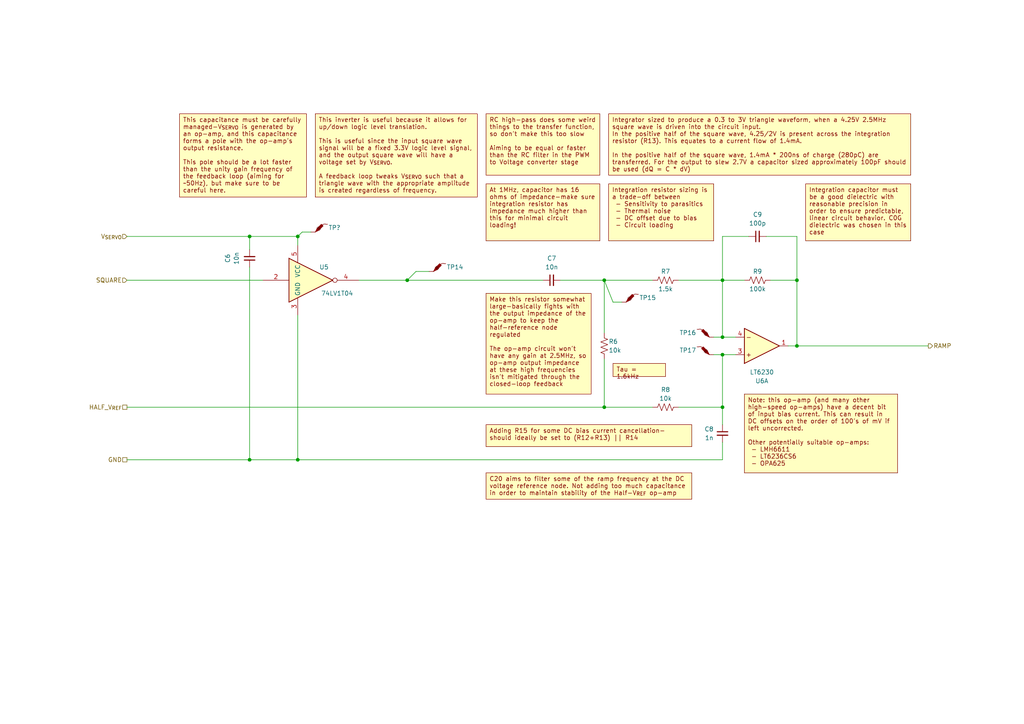
<source format=kicad_sch>
(kicad_sch (version 20230121) (generator eeschema)
  (paper "A4")
  (lib_symbols
    (symbol "Custom-AnalogIC:LT6230"
      (property "Reference" "U" (at -6.35 -7.62 0))
      (property "Value" "LT6230" (at -6.35 7.62 0))
      (symbol "LT6230_1_1"
        (polyline (pts (xy -3.81 5.08) (xy 6.35 0) (xy -3.81 -5.08) (xy -3.81 5.08)) (stroke (width 0.254)) (fill (type background)))
        (text "+" (at -2.54 2.54 0) (effects (font (size 1.27 1.27))))
        (text "-" (at -2.54 -2.54 0) (effects (font (size 1.27 1.27))))
        (pin output line (at 8.89 0 180) (length 2.54) (name "~") (number "1"))
        (pin input line (at -6.35 2.54 0) (length 2.54) (name "") (number "3"))
        (pin input line (at -6.35 -2.54 0) (length 2.54) (name "") (number "4"))
      )
      (symbol "LT6230_2_1"
        (rectangle (start -6.35 6.35) (end 6.35 -6.35) (fill (type background)))
        (rectangle (start 2.54 6.35) (end 2.54 6.35))
        (pin power_in line (at -8.89 -2.54 0) (length 2.54) (name "V-") (number "2"))
        (pin input line (at -8.89 2.54 0) (length 2.54) (name "~{ENABLE}") (number "5"))
        (pin power_in line (at -8.89 0 0) (length 2.54) (name "V+") (number "6"))
      )
    )
    (symbol "Custom-Capacitor:CL10B102KB8NNNC" (pin_numbers hide) (pin_names (offset 0.254) hide)
      (property "Reference" "C" (at 0.254 1.778 0))
      (property "Value" "1n" (at 0.254 -2.032 0))
      (symbol "CL10B102KB8NNNC_0_1"
        (polyline (pts (xy -1.524 -0.508) (xy 1.524 -0.508)) (stroke (width 0.3302)))
        (polyline (pts (xy -1.524 0.508) (xy 1.524 0.508)) (stroke (width 0.3048)))
      )
      (symbol "CL10B102KB8NNNC_1_1"
        (pin passive line (at 0 2.54 270) (length 2.032) (name "~") (number "1"))
        (pin passive line (at 0 -2.54 90) (length 2.032) (name "~") (number "2"))
      )
    )
    (symbol "Custom-Capacitor:CL10B103KB8NNNC" (pin_numbers hide) (pin_names (offset 0.254) hide)
      (property "Reference" "C" (at 0.254 1.778 0))
      (property "Value" "10n" (at 0.254 -2.032 0))
      (symbol "CL10B103KB8NNNC_0_1"
        (polyline (pts (xy -1.524 -0.508) (xy 1.524 -0.508)) (stroke (width 0.3302)))
        (polyline (pts (xy -1.524 0.508) (xy 1.524 0.508)) (stroke (width 0.3048)))
      )
      (symbol "CL10B103KB8NNNC_1_1"
        (pin passive line (at 0 2.54 270) (length 2.032) (name "~") (number "1"))
        (pin passive line (at 0 -2.54 90) (length 2.032) (name "~") (number "2"))
      )
    )
    (symbol "Custom-Capacitor:GCM1885C2A101JA16D" (pin_numbers hide) (pin_names (offset 0.254) hide)
      (property "Reference" "C" (at 0.254 1.778 0))
      (property "Value" "100p" (at 0.254 -2.032 0))
      (symbol "GCM1885C2A101JA16D_0_1"
        (polyline (pts (xy -1.524 -0.508) (xy 1.524 -0.508)) (stroke (width 0.3302)))
        (polyline (pts (xy -1.524 0.508) (xy 1.524 0.508)) (stroke (width 0.3048)))
      )
      (symbol "GCM1885C2A101JA16D_1_1"
        (pin passive line (at 0 2.54 270) (length 2.032) (name "~") (number "1"))
        (pin passive line (at 0 -2.54 90) (length 2.032) (name "~") (number "2"))
      )
    )
    (symbol "Custom-LogicIC:SN74LV1T04"
      (property "Reference" "U" (at 0 7.62 0))
      (property "Value" "74LV1T04" (at 5.08 -7.62 0))
      (symbol "SN74LV1T04_0_1"
        (polyline (pts (xy -7.62 6.35) (xy -7.62 -6.35) (xy 5.08 0) (xy -7.62 6.35)) (stroke (width 0.254)) (fill (type background)))
      )
      (symbol "SN74LV1T04_1_1"
        (pin no_connect line (at -2.54 0 0) (length 0) hide (name "") (number "1"))
        (pin input line (at -15.24 0 0) (length 7.62) (name "~") (number "2"))
        (pin power_in line (at -5.08 -10.16 90) (length 5.08) (name "GND") (number "3"))
        (pin output inverted (at 12.7 0 180) (length 7.62) (name "~") (number "4"))
        (pin power_in line (at -5.08 10.16 270) (length 5.08) (name "VCC") (number "5"))
      )
    )
    (symbol "Custom-LogicIC:TestPoint" (in_bom no)
      (property "Reference" "TP" (at 2.54 0 0))
      (symbol "TestPoint_1_1"
        (polyline (pts (xy -0.762 1.27) (xy 0 0.508)) (stroke (width 0) (color 72 0 0 1)))
        (polyline (pts (xy -0.508 1.524) (xy 0.254 0.762)) (stroke (width 0) (color 72 0 0 1)))
        (polyline (pts (xy -1.27 0) (xy -0.762 1.016) (xy -0.254 0.508) (xy -1.27 0)) (fill (type color) (color 132 0 0 1)))
        (polyline (pts (xy -0.762 1.016) (xy 0.508 2.286) (xy 1.016 1.778) (xy -0.254 0.508) (xy -0.762 1.016)) (fill (type color) (color 132 0 0 1)))
        (arc (start 1.778 2.286) (mid 1.2343 2.3019) (end 0.762 2.032))
        (arc (start 1.778 2.286) (mid 2.032 2.258) (end 2.286 2.286))
        (pin passive line (at -2.54 0 0) (length 1.27) (name "") (number "1"))
      )
    )
    (symbol "Custom-Resistor:RMCF0603FT100K" (pin_numbers hide) (pin_names (offset 0))
      (property "Reference" "R" (at 2.54 0 90))
      (property "Value" "100k" (at -2.54 0 90))
      (symbol "RMCF0603FT100K_0_1"
        (polyline (pts (xy 0 -2.286) (xy 0 -2.54)))
        (polyline (pts (xy 0 2.286) (xy 0 2.54)))
        (polyline (pts (xy 0 -0.762) (xy 1.016 -1.143) (xy 0 -1.524) (xy -1.016 -1.905) (xy 0 -2.286)))
        (polyline (pts (xy 0 0.762) (xy 1.016 0.381) (xy 0 0) (xy -1.016 -0.381) (xy 0 -0.762)))
        (polyline (pts (xy 0 2.286) (xy 1.016 1.905) (xy 0 1.524) (xy -1.016 1.143) (xy 0 0.762)))
      )
      (symbol "RMCF0603FT100K_1_1"
        (pin passive line (at 0 3.81 270) (length 1.27) (name "~") (number "1"))
        (pin passive line (at 0 -3.81 90) (length 1.27) (name "~") (number "2"))
      )
    )
    (symbol "Custom-Resistor:RMCF0603FT10K0" (pin_numbers hide) (pin_names (offset 0))
      (property "Reference" "R" (at 2.54 0 90))
      (property "Value" "10k" (at -2.54 0 90))
      (symbol "RMCF0603FT10K0_0_1"
        (polyline (pts (xy 0 -2.286) (xy 0 -2.54)))
        (polyline (pts (xy 0 2.286) (xy 0 2.54)))
        (polyline (pts (xy 0 -0.762) (xy 1.016 -1.143) (xy 0 -1.524) (xy -1.016 -1.905) (xy 0 -2.286)))
        (polyline (pts (xy 0 0.762) (xy 1.016 0.381) (xy 0 0) (xy -1.016 -0.381) (xy 0 -0.762)))
        (polyline (pts (xy 0 2.286) (xy 1.016 1.905) (xy 0 1.524) (xy -1.016 1.143) (xy 0 0.762)))
      )
      (symbol "RMCF0603FT10K0_1_1"
        (pin passive line (at 0 3.81 270) (length 1.27) (name "~") (number "1"))
        (pin passive line (at 0 -3.81 90) (length 1.27) (name "~") (number "2"))
      )
    )
    (symbol "Custom-Resistor:RMCF0603FT1K50" (pin_numbers hide) (pin_names (offset 0))
      (property "Reference" "R" (at 2.54 0 90))
      (property "Value" "1.5k" (at -2.54 0 90))
      (symbol "RMCF0603FT1K50_0_1"
        (polyline (pts (xy 0 -2.286) (xy 0 -2.54)))
        (polyline (pts (xy 0 2.286) (xy 0 2.54)))
        (polyline (pts (xy 0 -0.762) (xy 1.016 -1.143) (xy 0 -1.524) (xy -1.016 -1.905) (xy 0 -2.286)))
        (polyline (pts (xy 0 0.762) (xy 1.016 0.381) (xy 0 0) (xy -1.016 -0.381) (xy 0 -0.762)))
        (polyline (pts (xy 0 2.286) (xy 1.016 1.905) (xy 0 1.524) (xy -1.016 1.143) (xy 0 0.762)))
      )
      (symbol "RMCF0603FT1K50_1_1"
        (pin passive line (at 0 3.81 270) (length 1.27) (name "~") (number "1"))
        (pin passive line (at 0 -3.81 90) (length 1.27) (name "~") (number "2"))
      )
    )
  )
  (junction (at 231.14 100.33))
  (junction (at 209.55 118.11))
  (junction (at 118.11 81.28))
  (junction (at 209.55 102.87))
  (junction (at 72.39 133.35))
  (junction (at 175.26 81.28))
  (junction (at 209.55 97.79))
  (junction (at 231.14 81.28))
  (junction (at 86.36 68.58))
  (junction (at 72.39 68.58))
  (junction (at 209.55 81.28))
  (junction (at 86.36 133.35))
  (junction (at 175.26 118.11))
  (wire (pts (xy 209.55 81.28) (xy 215.9 81.28)))
  (wire (pts (xy 209.55 118.11) (xy 209.55 123.19)))
  (wire (pts (xy 223.52 81.28) (xy 231.14 81.28)))
  (wire (pts (xy 72.39 68.58) (xy 72.39 72.39)))
  (wire (pts (xy 228.6 100.33) (xy 231.14 100.33)))
  (wire (pts (xy 86.36 68.58) (xy 86.36 71.12)))
  (wire (pts (xy 175.26 81.28) (xy 177.8 87.63)))
  (wire (pts (xy 209.55 102.87) (xy 213.36 102.87)))
  (wire (pts (xy 175.26 81.28) (xy 175.26 96.52)))
  (wire (pts (xy 175.26 104.14) (xy 175.26 118.11)))
  (wire (pts (xy 86.36 133.35) (xy 209.55 133.35)))
  (wire (pts (xy 209.55 118.11) (xy 209.55 102.87)))
  (wire (pts (xy 72.39 68.58) (xy 86.36 68.58)))
  (wire (pts (xy 72.39 133.35) (xy 86.36 133.35)))
  (wire (pts (xy 196.85 118.11) (xy 209.55 118.11)))
  (wire (pts (xy 162.56 81.28) (xy 175.26 81.28)))
  (wire (pts (xy 118.11 81.28) (xy 157.48 81.28)))
  (wire (pts (xy 36.83 133.35) (xy 72.39 133.35)))
  (wire (pts (xy 209.55 81.28) (xy 209.55 97.79)))
  (wire (pts (xy 209.55 128.27) (xy 209.55 133.35)))
  (wire (pts (xy 87.63 67.31) (xy 90.17 67.31)))
  (wire (pts (xy 36.83 118.11) (xy 175.26 118.11)))
  (wire (pts (xy 222.25 68.58) (xy 231.14 68.58)))
  (wire (pts (xy 86.36 91.44) (xy 86.36 133.35)))
  (wire (pts (xy 118.11 81.28) (xy 120.65 78.74)))
  (wire (pts (xy 209.55 68.58) (xy 217.17 68.58)))
  (wire (pts (xy 231.14 100.33) (xy 269.24 100.33)))
  (wire (pts (xy 104.14 81.28) (xy 118.11 81.28)))
  (wire (pts (xy 86.36 68.58) (xy 87.63 67.31)))
  (wire (pts (xy 177.8 87.63) (xy 180.34 87.63)))
  (wire (pts (xy 175.26 81.28) (xy 189.23 81.28)))
  (wire (pts (xy 209.55 81.28) (xy 209.55 68.58)))
  (wire (pts (xy 196.85 81.28) (xy 209.55 81.28)))
  (wire (pts (xy 231.14 68.58) (xy 231.14 81.28)))
  (wire (pts (xy 209.55 97.79) (xy 207.01 97.79)))
  (wire (pts (xy 213.36 97.79) (xy 209.55 97.79)))
  (wire (pts (xy 72.39 77.47) (xy 72.39 133.35)))
  (wire (pts (xy 120.65 78.74) (xy 124.46 78.74)))
  (wire (pts (xy 175.26 118.11) (xy 189.23 118.11)))
  (wire (pts (xy 36.83 68.58) (xy 72.39 68.58)))
  (wire (pts (xy 231.14 81.28) (xy 231.14 100.33)))
  (wire (pts (xy 207.01 102.87) (xy 209.55 102.87)))
  (wire (pts (xy 36.83 81.28) (xy 76.2 81.28)))
  (text_box "RC high-pass does some weird things to the transfer function, so don't make this too slow\n\nAiming to be equal or faster than the RC filter in the PWM to Voltage converter stage" (at 140.97 33.02 0) (size 33.02 17.78) (stroke (width 0) (color 132 0 0 1)) (fill (type color) (color 255 255 194 1)) (effects (font (size 1.27 1.27)) (justify left top)))
  (text_box "Integration resistor sizing is a trade-off between\n - Sensitivity to parasitics\n - Thermal noise\n - DC offset due to bias\n - Circuit loading" (at 176.53 53.34 0) (size 30.48 16.51) (stroke (width 0) (color 132 0 0 1)) (fill (type color) (color 255 255 194 1)) (effects (font (size 1.27 1.27)) (justify left top)))
  (text_box "At 1MHz, capacitor has 16 ohms of impedance-make sure integration resistor has impedance much higher than this for minimal circuit loading!" (at 140.97 53.34 0) (size 33.02 16.51) (stroke (width 0) (color 132 0 0 1)) (fill (type color) (color 255 255 194 1)) (effects (font (size 1.27 1.27)) (justify left top)))
  (text_box "Integrator sized to produce a 0.3 to 3V triangle waveform, when a 4.25V 2.5MHz square wave is driven into the circuit input.\nIn the positive half of the square wave, 4.25/2V is present across the integration resistor (R13). This equates to a current flow of 1.4mA.\n\nIn the positive half of the square wave, 1.4mA * 200ns of charge (280pC) are transferred. For the output to slew 2.7V a capacitor sized approximately 100pF should be used (dQ = C * dV)" (at 176.53 33.02 0) (size 87.63 17.78) (stroke (width 0) (color 132 0 0 1)) (fill (type color) (color 255 255 194 1)) (effects (font (size 1.27 1.27)) (justify left top)))
  (text_box "This inverter is useful because it allows for up/down logic level translation. \n\nThis is useful since the input square wave signal will be a fixed 3.3V logic level signal, and the output square wave will have a voltage set by V_{SERVO}.\n\nA feedback loop tweaks V_{SERVO} such that a triangle wave with the appropriate amplitude is created regardless of frequency." (at 91.44 33.02 0) (size 46.99 24.13) (stroke (width 0) (color 132 0 0 1)) (fill (type color) (color 255 255 194 1)) (effects (font (size 1.27 1.27)) (justify left top)))
  (text_box "Tau = 1.6kHz" (at 177.8 105.41 0) (size 15.24 3.81) (stroke (width 0) (color 132 0 0 1)) (fill (type color) (color 255 255 194 1)) (effects (font (size 1.27 1.27)) (justify left top)))
  (text_box "Note: this op-amp (and many other high-speed op-amps) have a decent bit of input bias current. This can result in DC offsets on the order of 100's of mV if left uncorrected.\n\nOther potentially suitable op-amps:\n - LMH6611\n - LT6236CS6\n - OPA625" (at 215.9 114.3 0) (size 44.45 22.86) (stroke (width 0) (color 132 0 0 1)) (fill (type color) (color 255 255 194 1)) (effects (font (size 1.27 1.27)) (justify left top)))
  (text_box "Integration capacitor must be a good dielectric with reasonable precision in order to ensure predictable, linear circuit behavior. C0G dielectric was chosen in this case" (at 233.68 53.34 0) (size 30.48 16.51) (stroke (width 0) (color 132 0 0 1)) (fill (type color) (color 255 255 194 1)) (effects (font (size 1.27 1.27)) (justify left top)))
  (text_box "This capacitance must be carefully managed-V_{SERVO} is generated by an op-amp, and this capacitance forms a pole with the op-amp's output resistance.\n\nThis pole should be a lot faster than the unity gain frequency of the feedback loop (aiming for ~50Hz), but make sure to be careful here." (at 52.07 33.02 0) (size 36.83 24.13) (stroke (width 0) (color 132 0 0 1)) (fill (type color) (color 255 255 194 1)) (effects (font (size 1.27 1.27)) (justify left top)))
  (text_box "C20 aims to filter some of the ramp frequency at the DC voltage reference node. Not adding too much capacitance in order to maintain stability of the Half-V_{REF} op-amp" (at 140.97 137.16 0) (size 59.69 7.62) (stroke (width 0) (color 132 0 0 1)) (fill (type color) (color 255 255 194 1)) (effects (font (size 1.27 1.27)) (justify left top)))
  (text_box "Adding R15 for some DC bias current cancellation- should ideally be set to (R12+R13) || R14" (at 140.97 123.19 0) (size 59.69 6.35) (stroke (width 0) (color 132 0 0 1)) (fill (type color) (color 255 255 194 1)) (effects (font (size 1.27 1.27)) (justify left top)))
  (text_box "Make this resistor somewhat large-basically fights with the output impedance of the op-amp to keep the half-reference node regulated\n\nThe op-amp circuit won't have any gain at 2.5MHz, so op-amp output impedance at these high frequencies isn't mitigated through the closed-loop feedback" (at 140.97 85.09 0) (size 30.48 29.21) (stroke (width 0) (color 132 0 0 1)) (fill (type color) (color 255 255 194 1)) (effects (font (size 1.27 1.27)) (justify left top)))
  (hierarchical_label "GND" (shape passive) (at 36.83 133.35 180))
  (hierarchical_label "SQUARE" (shape input) (at 36.83 81.28 180))
  (hierarchical_label "RAMP" (shape output) (at 269.24 100.33 0))
  (hierarchical_label "V_{SERVO}" (shape input) (at 36.83 68.58 180))
  (hierarchical_label "HALF_V_{REF}" (shape passive) (at 36.83 118.11 180))
  (symbol (lib_id "Custom-Resistor:RMCF0603FT10K0") (at 175.26 100.33 0) (unit 1)
    (property "Reference" "R6" (at 176.53 99.06 0) (effects (justify left)))
    (property "Value" "10k" (at 176.53 101.6 0) (effects (justify left)))
    (property "Footprint" "Resistor_SMD:R_0603_1608Metric_Pad0.98x0.95mm_HandSolder" (effects hide))
    (property "Datasheet" "https://www.seielect.com/Catalog/SEI-RMCF_RMCP.pdf" (effects hide))
    (property "Manufacturer" "Stackpole Electronics Inc" (effects hide))
    (property "Part Number" "RMCF0603FT10K0" (effects hide))
  )
  (symbol (lib_id "Custom-LogicIC:TestPoint") (at 127 78.74 0) (unit 1) (in_bom no)
    (property "Reference" "TP14" (at 129.54 77.47 0) (effects (justify left)))
    (property "Value" "-" (effects hide))
    (property "Footprint" "TestPoint:TestPoint_Pad_D2.0mm" (effects hide))
  )
  (symbol (lib_id "Custom-Capacitor:CL10B103KB8NNNC") (at 72.39 74.93 180) (unit 1)
    (property "Reference" "C6" (at 66.04 74.93 90))
    (property "Value" "10n" (at 68.58 74.93 90))
    (property "Footprint" "Capacitor_SMD:C_0603_1608Metric_Pad1.08x0.95mm_HandSolder" (effects hide))
    (property "Datasheet" "https://product.samsungsem.com/mlcc/CL10B103KB8NNN.do" (effects hide))
    (property "Manufacturer" "Samsung Electro-Mechanics" (effects hide))
    (property "Part Number" "CL10B103KB8NNNC" (effects hide))
  )
  (symbol (lib_id "Custom-Resistor:RMCF0603FT100K") (at 219.71 81.28 90) (unit 1)
    (property "Reference" "R9" (at 219.71 78.74 90))
    (property "Value" "100k" (at 219.71 83.82 90))
    (property "Footprint" "Resistor_SMD:R_0603_1608Metric_Pad0.98x0.95mm_HandSolder" (effects hide))
    (property "Datasheet" "https://www.seielect.com/Catalog/SEI-RMCF_RMCP.pdf" (effects hide))
    (property "Manufacturer" "Stackpole Electronics Inc" (effects hide))
    (property "Part Number" "RMCF0603FT100K" (effects hide))
  )
  (symbol (lib_id "Custom-AnalogIC:LT6230") (at 219.71 100.33 0) (mirror x) (unit 1)
    (property "Reference" "U6" (at 220.98 110.49 0))
    (property "Value" "LT6230" (at 220.98 107.95 0))
    (property "Footprint" "Package_TO_SOT_SMD:TSOT-23-6" (effects hide))
    (property "Datasheet" "https://www.analog.com/media/en/technical-documentation/data-sheets/623012fc.pdf" (effects hide))
    (property "Manufacturer" "Analog Devices Inc." (effects hide))
    (property "Part Number" "LT6230CS6#TRPBF" (effects hide))
  )
  (symbol (lib_id "Custom-LogicIC:SN74LV1T04") (at 91.44 81.28 0) (unit 1)
    (property "Reference" "U5" (at 93.98 77.47 0))
    (property "Value" "74LV1T04" (at 97.79 85.09 0))
    (property "Footprint" "Package_TO_SOT_SMD:SOT-23-5_HandSoldering" (effects hide))
    (property "Datasheet" "https://www.ti.com/general/docs/suppproductinfo.tsp?distId=10&gotoUrl=https%3A%2F%2Fwww.ti.com%2Flit%2Fgpn%2Fsn74lv1t04" (effects hide))
    (property "Manufacturer" "Texas Instruments" (effects hide))
    (property "Part Number" "SN74LV1T04DBVR" (effects hide))
  )
  (symbol (lib_id "Custom-LogicIC:TestPoint") (at 204.47 97.79 0) (mirror y) (unit 1) (in_bom no)
    (property "Reference" "TP16" (at 201.93 96.52 0) (effects (justify left)))
    (property "Value" "-" (effects hide))
    (property "Footprint" "TestPoint:TestPoint_Pad_D2.0mm" (effects hide))
  )
  (symbol (lib_id "Custom-Capacitor:CL10B103KB8NNNC") (at 160.02 81.28 90) (unit 1)
    (property "Reference" "C7" (at 160.02 74.93 90))
    (property "Value" "10n" (at 160.02 77.47 90))
    (property "Footprint" "Capacitor_SMD:C_0603_1608Metric_Pad1.08x0.95mm_HandSolder" (effects hide))
    (property "Datasheet" "https://product.samsungsem.com/mlcc/CL10B103KB8NNN.do" (effects hide))
    (property "Manufacturer" "Samsung Electro-Mechanics" (effects hide))
    (property "Part Number" "CL10B103KB8NNNC" (effects hide))
  )
  (symbol (lib_id "Custom-LogicIC:TestPoint") (at 204.47 102.87 0) (mirror y) (unit 1) (in_bom no)
    (property "Reference" "TP17" (at 201.93 101.6 0) (effects (justify left)))
    (property "Value" "-" (effects hide))
    (property "Footprint" "TestPoint:TestPoint_Pad_D2.0mm" (effects hide))
  )
  (symbol (lib_id "Custom-Capacitor:CL10B102KB8NNNC") (at 209.55 125.73 0) (unit 1)
    (property "Reference" "C8" (at 207.01 124.4663 0) (effects (justify right)))
    (property "Value" "1n" (at 207.01 127.0063 0) (effects (justify right)))
    (property "Footprint" "Capacitor_SMD:C_0603_1608Metric_Pad1.08x0.95mm_HandSolder" (effects hide))
    (property "Datasheet" "https://product.samsungsem.com/mlcc/CL10B102KB8NNN.do" (effects hide))
    (property "Manufacturer" "Samsung Electro-Mechanics" (effects hide))
    (property "Part Number" "CL10B102KB8NNNC" (effects hide))
  )
  (symbol (lib_id "Custom-Resistor:RMCF0603FT1K50") (at 193.04 81.28 90) (unit 1)
    (property "Reference" "R7" (at 193.04 78.74 90))
    (property "Value" "1.5k" (at 193.04 83.82 90))
    (property "Footprint" "Resistor_SMD:R_0603_1608Metric_Pad0.98x0.95mm_HandSolder" (effects hide))
    (property "Datasheet" "https://www.seielect.com/Catalog/SEI-RMCF_RMCP.pdf" (effects hide))
    (property "Manufacturer" "Stackpole Electronics Inc" (effects hide))
    (property "Part Number" "RMCF0603FT1K50" (effects hide))
  )
  (symbol (lib_id "Custom-LogicIC:TestPoint") (at 182.88 87.63 0) (unit 1) (in_bom no)
    (property "Reference" "TP15" (at 185.42 86.36 0) (effects (justify left)))
    (property "Value" "-" (effects hide))
    (property "Footprint" "TestPoint:TestPoint_Pad_D2.0mm" (effects hide))
  )
  (symbol (lib_id "Custom-Resistor:RMCF0603FT10K0") (at 193.04 118.11 90) (unit 1)
    (property "Reference" "R8" (at 193.04 113.03 90))
    (property "Value" "10k" (at 193.04 115.57 90))
    (property "Footprint" "Resistor_SMD:R_0603_1608Metric_Pad0.98x0.95mm_HandSolder" (effects hide))
    (property "Datasheet" "https://www.seielect.com/Catalog/SEI-RMCF_RMCP.pdf" (effects hide))
    (property "Manufacturer" "Stackpole Electronics Inc" (effects hide))
    (property "Part Number" "RMCF0603FT10K0" (effects hide))
  )
  (symbol (lib_id "Custom-Capacitor:GCM1885C2A101JA16D") (at 219.71 68.58 90) (unit 1)
    (property "Reference" "C9" (at 219.7163 62.23 90))
    (property "Value" "100p" (at 219.7163 64.77 90))
    (property "Footprint" "Capacitor_SMD:C_0603_1608Metric_Pad1.08x0.95mm_HandSolder" (effects hide))
    (property "Datasheet" "https://search.murata.co.jp/Ceramy/image/img/A01X/G101/ENG/GCM1885C2A101JA16-01.pdf" (effects hide))
    (property "Manufacturer" "Murata Electronics" (effects hide))
    (property "Part Number" "GCM1885C2A101JA16D" (effects hide))
  )
  (symbol (lib_id "Custom-LogicIC:TestPoint") (at 92.71 67.31 0) (unit 1) (in_bom no)
    (property "Reference" "TP?" (at 95.25 66.04 0) (effects (justify left)))
    (property "Value" "-" (effects hide))
    (property "Footprint" "TestPoint:TestPoint_Pad_D2.0mm" (effects hide))
    (instances (project "PWM Ramp Gen Prototype" (path "" (reference "TP?") (unit 1)) (path "" (reference "TP?") (unit 1)) (path "" (reference "TP13") (unit 1))))
  )
)
</source>
